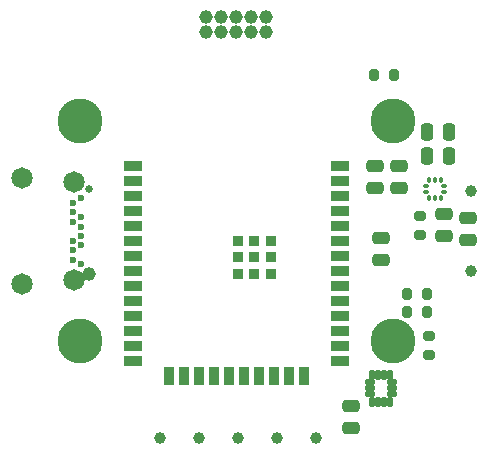
<source format=gbr>
%TF.GenerationSoftware,KiCad,Pcbnew,7.0.9*%
%TF.CreationDate,2023-12-29T19:26:43-05:00*%
%TF.ProjectId,watch-0001,77617463-682d-4303-9030-312e6b696361,v.0.0.1*%
%TF.SameCoordinates,Original*%
%TF.FileFunction,Soldermask,Bot*%
%TF.FilePolarity,Negative*%
%FSLAX46Y46*%
G04 Gerber Fmt 4.6, Leading zero omitted, Abs format (unit mm)*
G04 Created by KiCad (PCBNEW 7.0.9) date 2023-12-29 19:26:43*
%MOMM*%
%LPD*%
G01*
G04 APERTURE LIST*
G04 Aperture macros list*
%AMRoundRect*
0 Rectangle with rounded corners*
0 $1 Rounding radius*
0 $2 $3 $4 $5 $6 $7 $8 $9 X,Y pos of 4 corners*
0 Add a 4 corners polygon primitive as box body*
4,1,4,$2,$3,$4,$5,$6,$7,$8,$9,$2,$3,0*
0 Add four circle primitives for the rounded corners*
1,1,$1+$1,$2,$3*
1,1,$1+$1,$4,$5*
1,1,$1+$1,$6,$7*
1,1,$1+$1,$8,$9*
0 Add four rect primitives between the rounded corners*
20,1,$1+$1,$2,$3,$4,$5,0*
20,1,$1+$1,$4,$5,$6,$7,0*
20,1,$1+$1,$6,$7,$8,$9,0*
20,1,$1+$1,$8,$9,$2,$3,0*%
G04 Aperture macros list end*
%ADD10C,3.800000*%
%ADD11C,1.000000*%
%ADD12C,0.650000*%
%ADD13C,1.150000*%
%ADD14C,0.600000*%
%ADD15C,1.815000*%
%ADD16RoundRect,0.250000X-0.475000X0.250000X-0.475000X-0.250000X0.475000X-0.250000X0.475000X0.250000X0*%
%ADD17RoundRect,0.200000X0.200000X0.275000X-0.200000X0.275000X-0.200000X-0.275000X0.200000X-0.275000X0*%
%ADD18RoundRect,0.200000X-0.275000X0.200000X-0.275000X-0.200000X0.275000X-0.200000X0.275000X0.200000X0*%
%ADD19C,1.168400*%
%ADD20RoundRect,0.102000X0.175000X-0.300000X0.175000X0.300000X-0.175000X0.300000X-0.175000X-0.300000X0*%
%ADD21RoundRect,0.102000X-0.300000X-0.175000X0.300000X-0.175000X0.300000X0.175000X-0.300000X0.175000X0*%
%ADD22RoundRect,0.087500X-0.125000X-0.087500X0.125000X-0.087500X0.125000X0.087500X-0.125000X0.087500X0*%
%ADD23RoundRect,0.087500X-0.087500X-0.125000X0.087500X-0.125000X0.087500X0.125000X-0.087500X0.125000X0*%
%ADD24RoundRect,0.250000X0.250000X0.475000X-0.250000X0.475000X-0.250000X-0.475000X0.250000X-0.475000X0*%
%ADD25RoundRect,0.250000X0.475000X-0.250000X0.475000X0.250000X-0.475000X0.250000X-0.475000X-0.250000X0*%
%ADD26R,1.500000X0.900000*%
%ADD27R,0.900000X1.500000*%
%ADD28R,0.900000X0.900000*%
G04 APERTURE END LIST*
D10*
%TO.C,H1*%
X131234000Y-78559000D03*
%TD*%
D11*
%TO.C,S1*%
X164338000Y-91284000D03*
X164338000Y-84484000D03*
%TD*%
D12*
%TO.C,J2*%
X132013000Y-84284000D03*
D13*
X132013000Y-91484000D03*
D14*
X131363000Y-90684000D03*
X130663000Y-90284000D03*
X130663000Y-89484000D03*
X131363000Y-89084000D03*
X130663000Y-88684000D03*
X131363000Y-88284000D03*
X131363000Y-87484000D03*
X130663000Y-87084000D03*
X131363000Y-86684000D03*
X130663000Y-86284000D03*
X130663000Y-85484000D03*
X131363000Y-85084000D03*
D15*
X130773000Y-83754000D03*
X130773000Y-92014000D03*
X126373000Y-92374000D03*
X126373000Y-83394000D03*
%TD*%
D10*
%TO.C,H4*%
X157734000Y-97209000D03*
%TD*%
%TO.C,H3*%
X157734000Y-78559000D03*
%TD*%
%TO.C,H2*%
X131234000Y-97209000D03*
%TD*%
D16*
%TO.C,C7*%
X162052000Y-86426000D03*
X162052000Y-88326000D03*
%TD*%
D11*
%TO.C,TP4*%
X144609333Y-105410000D03*
%TD*%
D17*
%TO.C,R10*%
X160591000Y-93218000D03*
X158941000Y-93218000D03*
%TD*%
D18*
%TO.C,R18*%
X160020000Y-86551000D03*
X160020000Y-88201000D03*
%TD*%
D19*
%TO.C,J3*%
X146977100Y-69786500D03*
X145707100Y-69786500D03*
X144437100Y-69786500D03*
X143167100Y-69786500D03*
X141897100Y-69786500D03*
X146977100Y-71056500D03*
X145707100Y-71056500D03*
X144437100Y-71056500D03*
X143167100Y-71056500D03*
X141897100Y-71056500D03*
%TD*%
D20*
%TO.C,U3*%
X157468000Y-102346500D03*
X156968000Y-102346500D03*
X156468000Y-102346500D03*
X155968000Y-102346500D03*
D21*
X155808000Y-101686500D03*
X155808000Y-101186500D03*
X155808000Y-100686500D03*
D20*
X155968000Y-100026500D03*
X156468000Y-100026500D03*
X156968000Y-100026500D03*
X157468000Y-100026500D03*
D21*
X157628000Y-100686500D03*
X157628000Y-101186500D03*
X157628000Y-101686500D03*
%TD*%
D18*
%TO.C,R19*%
X160782000Y-96711000D03*
X160782000Y-98361000D03*
%TD*%
D11*
%TO.C,TP5*%
X141307333Y-105410000D03*
%TD*%
%TO.C,TP1*%
X138005333Y-105410000D03*
%TD*%
D22*
%TO.C,U4*%
X160527500Y-84578000D03*
X160527500Y-84078000D03*
D23*
X160790000Y-83565500D03*
X161290000Y-83565500D03*
X161790000Y-83565500D03*
D22*
X162052500Y-84078000D03*
X162052500Y-84578000D03*
D23*
X161790000Y-85090500D03*
X161290000Y-85090500D03*
X160790000Y-85090500D03*
%TD*%
D24*
%TO.C,C9*%
X162494000Y-79502000D03*
X160594000Y-79502000D03*
%TD*%
D11*
%TO.C,TP2*%
X147911333Y-105410000D03*
%TD*%
D24*
%TO.C,C11*%
X162494000Y-81534000D03*
X160594000Y-81534000D03*
%TD*%
D16*
%TO.C,C8*%
X164084000Y-86746000D03*
X164084000Y-88646000D03*
%TD*%
D17*
%TO.C,R17*%
X157797000Y-74676000D03*
X156147000Y-74676000D03*
%TD*%
%TO.C,R11*%
X160591000Y-94742000D03*
X158941000Y-94742000D03*
%TD*%
D25*
%TO.C,C10*%
X154178000Y-104582000D03*
X154178000Y-102682000D03*
%TD*%
%TO.C,C6*%
X156210000Y-84262000D03*
X156210000Y-82362000D03*
%TD*%
%TO.C,C5*%
X158242000Y-84262000D03*
X158242000Y-82362000D03*
%TD*%
D11*
%TO.C,TP3*%
X151213333Y-105410000D03*
%TD*%
D26*
%TO.C,U1*%
X153276000Y-82374000D03*
X153276000Y-83644000D03*
X153276000Y-84914000D03*
X153276000Y-86184000D03*
X153276000Y-87454000D03*
X153276000Y-88724000D03*
X153276000Y-89994000D03*
X153276000Y-91264000D03*
X153276000Y-92534000D03*
X153276000Y-93804000D03*
X153276000Y-95074000D03*
X153276000Y-96344000D03*
X153276000Y-97614000D03*
X153276000Y-98884000D03*
D27*
X150241000Y-100134000D03*
X148971000Y-100134000D03*
X147701000Y-100134000D03*
X146431000Y-100134000D03*
X145161000Y-100134000D03*
X143891000Y-100134000D03*
X142621000Y-100134000D03*
X141351000Y-100134000D03*
X140081000Y-100134000D03*
X138811000Y-100134000D03*
D26*
X135776000Y-98884000D03*
X135776000Y-97614000D03*
X135776000Y-96344000D03*
X135776000Y-95074000D03*
X135776000Y-93804000D03*
X135776000Y-92534000D03*
X135776000Y-91264000D03*
X135776000Y-89994000D03*
X135776000Y-88724000D03*
X135776000Y-87454000D03*
X135776000Y-86184000D03*
X135776000Y-84914000D03*
X135776000Y-83644000D03*
X135776000Y-82374000D03*
D28*
X147426000Y-88694000D03*
X147426000Y-90094000D03*
X147426000Y-91494000D03*
X146026000Y-91494000D03*
X144626000Y-91494000D03*
X144626000Y-90094000D03*
X144626000Y-88694000D03*
X146026000Y-88694000D03*
X146026000Y-90094000D03*
%TD*%
D25*
%TO.C,C12*%
X156718000Y-90358000D03*
X156718000Y-88458000D03*
%TD*%
M02*

</source>
